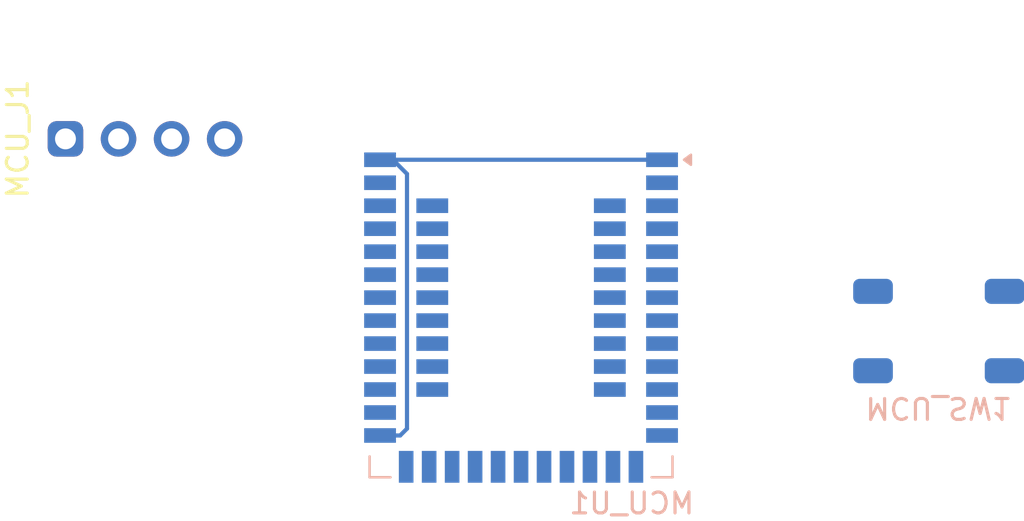
<source format=kicad_pcb>
(kicad_pcb (version 20241229) (generator "pcbnew") (generator_version "9.0")
  (layers (0 "F.Cu" signal) (2 "B.Cu" signal) (13 "F.Paste" user) (15 "B.Paste" user) (5 "F.SilkS" user "F.Silkscreen") (7 "B.SilkS" user "B.Silkscreen") (1 "F.Mask" user) (3 "B.Mask" user) (25 "Edge.Cuts" user))
  (net 0 "")
  (net 1 "SWD")
  (net 2 "nRF_VDD")
  (net 3 "GND")
  (net 4 "SWC")
  (net 5 "RESET")
  (net 9 "DATA+")
  (net 38 "DATA-")
  (net 51 "VBUS")
  (footprint "ErgoCai.pretty:Connector_THT_1x4_2.54" (layer "F.Cu") (at -18 -6.7 90)
    (property "Reference" "MCU_J1" (at 0 -6.096 90) (layer "F.SilkS"))
    (property "Value" "SWD")
    (pad "1" thru_hole roundrect (at 0 -3.81 90) (size 1.7 1.7) (drill 1) (layers "*.Cu" "*.Mask") (net 3 "GND"))
    (pad "2" thru_hole oval (at 0 -1.27 90) (size 1.7 1.7) (drill 1) (layers "*.Cu" "*.Mask") (net 2 "nRF_VDD"))
    (pad "3" thru_hole oval (at 0 1.27 90) (size 1.7 1.7) (drill 1) (layers "*.Cu" "*.Mask") (net 1 "SWD"))
    (pad "4" thru_hole oval (at 0 3.81 90) (size 1.7 1.7) (drill 1) (layers "*.Cu" "*.Mask") (net 4 "SWC"))
  )
  (footprint "ErgoCai.pretty:nRF52840_holyiot_18010" (layer "B.Cu") (at 0 0 180)
    (property "Reference" "MCU_U1" (at -5.3 -10.75 0) (layer "B.SilkS") (effects (justify mirror)))
    (property "Value" "nRF52840_holyiot_18010")
    (fp_line (start 7.25 -8.5) (end 7.25 -9.5) (stroke (width 0.12)) (layer "B.SilkS"))
    (fp_line (start 6.25 -9.5) (end 7.25 -9.5) (stroke (width 0.12)) (layer "B.SilkS"))
    (fp_line (start -6.25 -9.5) (end -7.25 -9.5) (stroke (width 0.12)) (layer "B.SilkS"))
    (fp_line (start -7.25 -8.5) (end -7.25 -9.5) (stroke (width 0.12)) (layer "B.SilkS"))
    (fp_poly (pts (xy -7.801892 5.7) (xy -8.131892 5.46) (xy -8.131892 5.94) (xy -7.801892 5.7)) (stroke (width 0.12)) (fill yes) (layer "B.SilkS"))
    (pad "1" smd rect (at -6.75 5.7 180) (size 1.524 0.7) (layers "B.Cu" "B.Mask" "B.Paste") (net 3 "GND"))
    (pad "2" smd rect (at -6.75 4.6 180) (size 1.524 0.7) (layers "B.Cu" "B.Mask" "B.Paste"))
    (pad "3" smd rect (at -6.75 3.5 180) (size 1.524 0.7) (layers "B.Cu" "B.Mask" "B.Paste"))
    (pad "4" smd rect (at -6.75 2.4 180) (size 1.524 0.7) (layers "B.Cu" "B.Mask" "B.Paste"))
    (pad "5" smd rect (at -6.75 1.3 180) (size 1.524 0.7) (layers "B.Cu" "B.Mask" "B.Paste"))
    (pad "6" smd rect (at -6.75 0.2 180) (size 1.524 0.7) (layers "B.Cu" "B.Mask" "B.Paste"))
    (pad "7" smd rect (at -6.75 -0.9 180) (size 1.524 0.7) (layers "B.Cu" "B.Mask" "B.Paste"))
    (pad "8" smd rect (at -6.75 -2 180) (size 1.524 0.7) (layers "B.Cu" "B.Mask" "B.Paste"))
    (pad "9" smd rect (at -6.75 -3.1 180) (size 1.524 0.7) (layers "B.Cu" "B.Mask" "B.Paste"))
    (pad "10" smd rect (at -6.75 -4.2 180) (size 1.524 0.7) (layers "B.Cu" "B.Mask" "B.Paste"))
    (pad "11" smd rect (at -6.75 -5.3 180) (size 1.524 0.7) (layers "B.Cu" "B.Mask" "B.Paste"))
    (pad "12" smd rect (at -6.75 -6.4 180) (size 1.524 0.7) (layers "B.Cu" "B.Mask" "B.Paste"))
    (pad "13" smd rect (at -6.75 -7.5 180) (size 1.524 0.7) (layers "B.Cu" "B.Mask" "B.Paste"))
    (pad "14" smd rect (at -5.5 -9 90) (size 1.524 0.7) (layers "B.Cu" "B.Mask" "B.Paste") (net 2 "nRF_VDD"))
    (pad "15" smd rect (at -4.4 -9 90) (size 1.524 0.7) (layers "B.Cu" "B.Mask" "B.Paste"))
    (pad "16" smd rect (at -3.3 -9 90) (size 1.524 0.7) (layers "B.Cu" "B.Mask" "B.Paste"))
    (pad "17" smd rect (at -2.2 -9 90) (size 1.524 0.7) (layers "B.Cu" "B.Mask" "B.Paste"))
    (pad "18" smd rect (at -1.1 -9 90) (size 1.524 0.7) (layers "B.Cu" "B.Mask" "B.Paste"))
    (pad "19" smd rect (at 0 -9 90) (size 1.524 0.7) (layers "B.Cu" "B.Mask" "B.Paste"))
    (pad "20" smd rect (at 1.1 -9 90) (size 1.524 0.7) (layers "B.Cu" "B.Mask" "B.Paste"))
    (pad "21" smd rect (at 2.2 -9 90) (size 1.524 0.7) (layers "B.Cu" "B.Mask" "B.Paste") (net 5 "RESET"))
    (pad "22" smd rect (at 3.3 -9 90) (size 1.524 0.7) (layers "B.Cu" "B.Mask" "B.Paste") (net 51 "VBUS"))
    (pad "23" smd rect (at 4.4 -9 90) (size 1.524 0.7) (layers "B.Cu" "B.Mask" "B.Paste") (net 38 "DATA-"))
    (pad "24" smd rect (at 5.5 -9 90) (size 1.524 0.7) (layers "B.Cu" "B.Mask" "B.Paste") (net 9 "DATA+"))
    (pad "25" smd rect (at 6.75 -7.5) (size 1.524 0.7) (layers "B.Cu" "B.Mask" "B.Paste") (net 3 "GND"))
    (pad "26" smd rect (at 6.75 -6.4) (size 1.524 0.7) (layers "B.Cu" "B.Mask" "B.Paste"))
    (pad "27" smd rect (at 6.75 -5.3) (size 1.524 0.7) (layers "B.Cu" "B.Mask" "B.Paste"))
    (pad "28" smd rect (at 6.75 -4.2) (size 1.524 0.7) (layers "B.Cu" "B.Mask" "B.Paste"))
    (pad "29" smd rect (at 6.75 -3.1) (size 1.524 0.7) (layers "B.Cu" "B.Mask" "B.Paste"))
    (pad "30" smd rect (at 6.75 -2) (size 1.524 0.7) (layers "B.Cu" "B.Mask" "B.Paste"))
    (pad "31" smd rect (at 6.75 -0.9) (size 1.524 0.7) (layers "B.Cu" "B.Mask" "B.Paste") (net 4 "SWC"))
    (pad "32" smd rect (at 6.75 0.2) (size 1.524 0.7) (layers "B.Cu" "B.Mask" "B.Paste") (net 1 "SWD"))
    (pad "33" smd rect (at 6.75 1.3) (size 1.524 0.7) (layers "B.Cu" "B.Mask" "B.Paste"))
    (pad "34" smd rect (at 6.75 2.4) (size 1.524 0.7) (layers "B.Cu" "B.Mask" "B.Paste"))
    (pad "35" smd rect (at 6.75 3.5) (size 1.524 0.7) (layers "B.Cu" "B.Mask" "B.Paste"))
    (pad "36" smd rect (at 6.75 4.6) (size 1.524 0.7) (layers "B.Cu" "B.Mask" "B.Paste"))
    (pad "37" smd rect (at 6.75 5.7) (size 1.524 0.7) (layers "B.Cu" "B.Mask" "B.Paste") (net 3 "GND"))
    (pad "38" smd rect (at -4.25 3.5) (size 1.524 0.7) (layers "B.Cu" "B.Mask" "B.Paste"))
    (pad "39" smd rect (at -4.25 2.4) (size 1.524 0.7) (layers "B.Cu" "B.Mask" "B.Paste"))
    (pad "40" smd rect (at -4.25 1.3) (size 1.524 0.7) (layers "B.Cu" "B.Mask" "B.Paste"))
    (pad "41" smd rect (at -4.25 0.2) (size 1.524 0.7) (layers "B.Cu" "B.Mask" "B.Paste"))
    (pad "42" smd rect (at -4.25 -0.9) (size 1.524 0.7) (layers "B.Cu" "B.Mask" "B.Paste"))
    (pad "43" smd rect (at -4.25 -2) (size 1.524 0.7) (layers "B.Cu" "B.Mask" "B.Paste"))
    (pad "44" smd rect (at -4.25 -3.1) (size 1.524 0.7) (layers "B.Cu" "B.Mask" "B.Paste"))
    (pad "45" smd rect (at -4.25 -4.2) (size 1.524 0.7) (layers "B.Cu" "B.Mask" "B.Paste"))
    (pad "46" smd rect (at -4.25 -5.3) (size 1.524 0.7) (layers "B.Cu" "B.Mask" "B.Paste"))
    (pad "47" smd rect (at 4.25 3.5) (size 1.524 0.7) (layers "B.Cu" "B.Mask" "B.Paste"))
    (pad "48" smd rect (at 4.25 2.4) (size 1.524 0.7) (layers "B.Cu" "B.Mask" "B.Paste"))
    (pad "49" smd rect (at 4.25 1.3) (size 1.524 0.7) (layers "B.Cu" "B.Mask" "B.Paste"))
    (pad "50" smd rect (at 4.25 0.2) (size 1.524 0.7) (layers "B.Cu" "B.Mask" "B.Paste"))
    (pad "51" smd rect (at 4.25 -0.9) (size 1.524 0.7) (layers "B.Cu" "B.Mask" "B.Paste"))
    (pad "52" smd rect (at 4.25 -2) (size 1.524 0.7) (layers "B.Cu" "B.Mask" "B.Paste"))
    (pad "53" smd rect (at 4.25 -3.1) (size 1.524 0.7) (layers "B.Cu" "B.Mask" "B.Paste"))
    (pad "54" smd rect (at 4.25 -4.2) (size 1.524 0.7) (layers "B.Cu" "B.Mask" "B.Paste"))
    (pad "55" smd rect (at 4.25 -5.3) (size 1.524 0.7) (layers "B.Cu" "B.Mask" "B.Paste"))
  )
  (footprint "ErgoCai.pretty:K2-1187SQ" (layer "B.Cu") (at 20 2.5)
    (property "Reference" "MCU_SW1" (at 0 3.683 180) (layer "B.SilkS") (effects (justify mirror)))
    (property "Value" "SW_Push")
    (pad "1" smd roundrect (at -3.15 1.9) (size 1.9 1.2) (layers "B.Cu" "B.Mask" "B.Paste") (net 5 "RESET"))
    (pad "1" smd roundrect (at 3.15 1.9) (size 1.9 1.2) (layers "B.Cu" "B.Mask" "B.Paste") (net 5 "RESET"))
    (pad "2" smd roundrect (at -3.15 -1.9) (size 1.9 1.2) (layers "B.Cu" "B.Mask" "B.Paste") (net 3 "GND"))
    (pad "2" smd roundrect (at 3.15 -1.9) (size 1.9 1.2) (layers "B.Cu" "B.Mask" "B.Paste") (net 3 "GND"))
  )
  (segment (start -6.75 -5.7) (end 6.75 -5.7) (width 0.2) (layer "B.Cu") (net 3))
  (segment (start -5.46 7.172) (end -5.46 -5.024) (width 0.2) (layer "B.Cu") (net 3))
  (segment (start -5.46 -5.024) (end -6.136 -5.7) (width 0.2) (layer "B.Cu") (net 3))
  (segment (start -6.136 -5.7) (end -6.75 -5.7) (width 0.2) (layer "B.Cu") (net 3))
  (segment (start -6.75 7.5) (end -5.788 7.5) (width 0.2) (layer "B.Cu") (net 3))
  (segment (start -5.788 7.5) (end -5.46 7.172) (width 0.2) (layer "B.Cu") (net 3))
)
</source>
